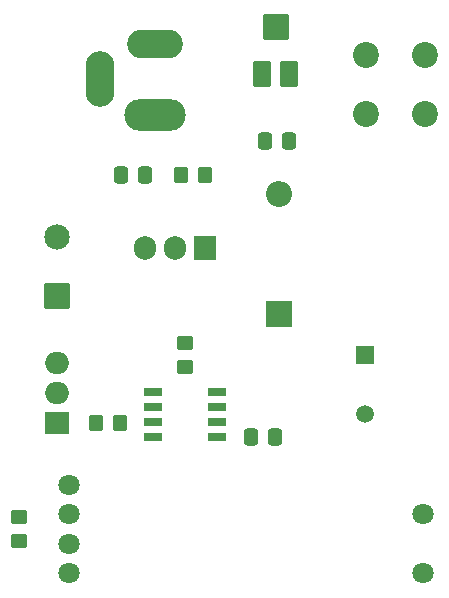
<source format=gbr>
%TF.GenerationSoftware,KiCad,Pcbnew,7.0.7*%
%TF.CreationDate,2023-10-06T20:37:38-05:00*%
%TF.ProjectId,Project_1,50726f6a-6563-4745-9f31-2e6b69636164,rev?*%
%TF.SameCoordinates,Original*%
%TF.FileFunction,Soldermask,Top*%
%TF.FilePolarity,Negative*%
%FSLAX46Y46*%
G04 Gerber Fmt 4.6, Leading zero omitted, Abs format (unit mm)*
G04 Created by KiCad (PCBNEW 7.0.7) date 2023-10-06 20:37:38*
%MOMM*%
%LPD*%
G01*
G04 APERTURE LIST*
G04 Aperture macros list*
%AMRoundRect*
0 Rectangle with rounded corners*
0 $1 Rounding radius*
0 $2 $3 $4 $5 $6 $7 $8 $9 X,Y pos of 4 corners*
0 Add a 4 corners polygon primitive as box body*
4,1,4,$2,$3,$4,$5,$6,$7,$8,$9,$2,$3,0*
0 Add four circle primitives for the rounded corners*
1,1,$1+$1,$2,$3*
1,1,$1+$1,$4,$5*
1,1,$1+$1,$6,$7*
1,1,$1+$1,$8,$9*
0 Add four rect primitives between the rounded corners*
20,1,$1+$1,$2,$3,$4,$5,0*
20,1,$1+$1,$4,$5,$6,$7,0*
20,1,$1+$1,$6,$7,$8,$9,0*
20,1,$1+$1,$8,$9,$2,$3,0*%
G04 Aperture macros list end*
%ADD10R,2.200000X2.200000*%
%ADD11O,2.200000X2.200000*%
%ADD12RoundRect,0.250000X-0.450000X0.350000X-0.450000X-0.350000X0.450000X-0.350000X0.450000X0.350000X0*%
%ADD13RoundRect,0.250000X-0.337500X-0.475000X0.337500X-0.475000X0.337500X0.475000X-0.337500X0.475000X0*%
%ADD14O,5.204000X2.704000*%
%ADD15O,4.704000X2.454000*%
%ADD16O,2.454000X4.704000*%
%ADD17C,1.800000*%
%ADD18R,1.528000X0.650000*%
%ADD19R,1.905000X2.000000*%
%ADD20O,1.905000X2.000000*%
%ADD21RoundRect,0.250000X-0.350000X-0.450000X0.350000X-0.450000X0.350000X0.450000X-0.350000X0.450000X0*%
%ADD22RoundRect,0.250000X0.350000X0.450000X-0.350000X0.450000X-0.350000X-0.450000X0.350000X-0.450000X0*%
%ADD23RoundRect,0.102000X0.650000X-1.000000X0.650000X1.000000X-0.650000X1.000000X-0.650000X-1.000000X0*%
%ADD24RoundRect,0.102000X1.000000X1.000000X-1.000000X1.000000X-1.000000X-1.000000X1.000000X-1.000000X0*%
%ADD25RoundRect,0.102000X-0.650000X1.000000X-0.650000X-1.000000X0.650000X-1.000000X0.650000X1.000000X0*%
%ADD26RoundRect,0.250000X0.450000X-0.350000X0.450000X0.350000X-0.450000X0.350000X-0.450000X-0.350000X0*%
%ADD27C,2.200000*%
%ADD28RoundRect,0.102000X0.975000X-0.975000X0.975000X0.975000X-0.975000X0.975000X-0.975000X-0.975000X0*%
%ADD29C,2.154000*%
%ADD30C,1.500000*%
%ADD31R,1.500000X1.500000*%
%ADD32R,2.000000X1.905000*%
%ADD33O,2.000000X1.905000*%
%ADD34RoundRect,0.250000X0.337500X0.475000X-0.337500X0.475000X-0.337500X-0.475000X0.337500X-0.475000X0*%
G04 APERTURE END LIST*
D10*
%TO.C,D1*%
X91750000Y-93080000D03*
D11*
X91750000Y-82920000D03*
%TD*%
D12*
%TO.C,R2*%
X69750000Y-110250000D03*
X69750000Y-112250000D03*
%TD*%
D13*
%TO.C,C4*%
X89365000Y-103500000D03*
X91440000Y-103500000D03*
%TD*%
D14*
%TO.C,J1*%
X81280000Y-76200000D03*
D15*
X81280000Y-70200000D03*
D16*
X76580000Y-73200000D03*
%TD*%
D17*
%TO.C,RV2*%
X74000000Y-110000000D03*
X74000000Y-107500000D03*
X104000000Y-110000000D03*
X104000000Y-115000000D03*
X74000000Y-115000000D03*
X74000000Y-112500000D03*
%TD*%
D18*
%TO.C,U2*%
X81109000Y-99695000D03*
X81109000Y-100965000D03*
X81109000Y-102235000D03*
X81109000Y-103505000D03*
X86531000Y-103505000D03*
X86531000Y-102235000D03*
X86531000Y-100965000D03*
X86531000Y-99695000D03*
%TD*%
D19*
%TO.C,U1*%
X85500000Y-87500000D03*
D20*
X82960000Y-87500000D03*
X80420000Y-87500000D03*
%TD*%
D21*
%TO.C,R1*%
X83500000Y-81280000D03*
X85500000Y-81280000D03*
%TD*%
D13*
%TO.C,C1*%
X78362500Y-81300000D03*
X80437500Y-81300000D03*
%TD*%
D22*
%TO.C,R3*%
X78300000Y-102250000D03*
X76300000Y-102250000D03*
%TD*%
D23*
%TO.C,RV1*%
X92650000Y-72750000D03*
D24*
X91500000Y-68750000D03*
D25*
X90350000Y-72750000D03*
%TD*%
D26*
%TO.C,R4*%
X83820000Y-97520000D03*
X83820000Y-95520000D03*
%TD*%
D27*
%TO.C,SW1*%
X104140000Y-71120000D03*
X99140000Y-71120000D03*
X104140000Y-76120000D03*
X99140000Y-76120000D03*
%TD*%
D28*
%TO.C,TB1*%
X73000000Y-91500000D03*
D29*
X73000000Y-86500000D03*
%TD*%
D30*
%TO.C,C3*%
X99060000Y-101520000D03*
D31*
X99060000Y-96520000D03*
%TD*%
D32*
%TO.C,Q1*%
X73000000Y-102290000D03*
D33*
X73000000Y-99750000D03*
X73000000Y-97210000D03*
%TD*%
D34*
%TO.C,C2*%
X92637500Y-78400000D03*
X90562500Y-78400000D03*
%TD*%
M02*

</source>
